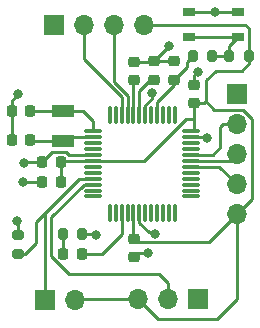
<source format=gbr>
%TF.GenerationSoftware,KiCad,Pcbnew,(6.0.5)*%
%TF.CreationDate,2022-07-28T20:15:56-06:00*%
%TF.ProjectId,sensor_board,73656e73-6f72-45f6-926f-6172642e6b69,rev?*%
%TF.SameCoordinates,Original*%
%TF.FileFunction,Copper,L1,Top*%
%TF.FilePolarity,Positive*%
%FSLAX46Y46*%
G04 Gerber Fmt 4.6, Leading zero omitted, Abs format (unit mm)*
G04 Created by KiCad (PCBNEW (6.0.5)) date 2022-07-28 20:15:56*
%MOMM*%
%LPD*%
G01*
G04 APERTURE LIST*
G04 Aperture macros list*
%AMRoundRect*
0 Rectangle with rounded corners*
0 $1 Rounding radius*
0 $2 $3 $4 $5 $6 $7 $8 $9 X,Y pos of 4 corners*
0 Add a 4 corners polygon primitive as box body*
4,1,4,$2,$3,$4,$5,$6,$7,$8,$9,$2,$3,0*
0 Add four circle primitives for the rounded corners*
1,1,$1+$1,$2,$3*
1,1,$1+$1,$4,$5*
1,1,$1+$1,$6,$7*
1,1,$1+$1,$8,$9*
0 Add four rect primitives between the rounded corners*
20,1,$1+$1,$2,$3,$4,$5,0*
20,1,$1+$1,$4,$5,$6,$7,0*
20,1,$1+$1,$6,$7,$8,$9,0*
20,1,$1+$1,$8,$9,$2,$3,0*%
G04 Aperture macros list end*
%TA.AperFunction,ComponentPad*%
%ADD10R,1.700000X1.700000*%
%TD*%
%TA.AperFunction,ComponentPad*%
%ADD11O,1.700000X1.700000*%
%TD*%
%TA.AperFunction,SMDPad,CuDef*%
%ADD12RoundRect,0.225000X-0.225000X-0.250000X0.225000X-0.250000X0.225000X0.250000X-0.225000X0.250000X0*%
%TD*%
%TA.AperFunction,SMDPad,CuDef*%
%ADD13RoundRect,0.225000X0.250000X-0.225000X0.250000X0.225000X-0.250000X0.225000X-0.250000X-0.225000X0*%
%TD*%
%TA.AperFunction,SMDPad,CuDef*%
%ADD14RoundRect,0.200000X-0.200000X-0.275000X0.200000X-0.275000X0.200000X0.275000X-0.200000X0.275000X0*%
%TD*%
%TA.AperFunction,SMDPad,CuDef*%
%ADD15RoundRect,0.225000X0.225000X0.250000X-0.225000X0.250000X-0.225000X-0.250000X0.225000X-0.250000X0*%
%TD*%
%TA.AperFunction,SMDPad,CuDef*%
%ADD16RoundRect,0.225000X-0.250000X0.225000X-0.250000X-0.225000X0.250000X-0.225000X0.250000X0.225000X0*%
%TD*%
%TA.AperFunction,SMDPad,CuDef*%
%ADD17RoundRect,0.200000X0.200000X0.275000X-0.200000X0.275000X-0.200000X-0.275000X0.200000X-0.275000X0*%
%TD*%
%TA.AperFunction,SMDPad,CuDef*%
%ADD18RoundRect,0.200000X0.275000X-0.200000X0.275000X0.200000X-0.275000X0.200000X-0.275000X-0.200000X0*%
%TD*%
%TA.AperFunction,SMDPad,CuDef*%
%ADD19RoundRect,0.218750X-0.218750X-0.256250X0.218750X-0.256250X0.218750X0.256250X-0.218750X0.256250X0*%
%TD*%
%TA.AperFunction,SMDPad,CuDef*%
%ADD20R,1.050000X0.650000*%
%TD*%
%TA.AperFunction,SMDPad,CuDef*%
%ADD21R,1.900000X1.100000*%
%TD*%
%TA.AperFunction,SMDPad,CuDef*%
%ADD22RoundRect,0.075000X-0.662500X-0.075000X0.662500X-0.075000X0.662500X0.075000X-0.662500X0.075000X0*%
%TD*%
%TA.AperFunction,SMDPad,CuDef*%
%ADD23RoundRect,0.075000X-0.075000X-0.662500X0.075000X-0.662500X0.075000X0.662500X-0.075000X0.662500X0*%
%TD*%
%TA.AperFunction,ViaPad*%
%ADD24C,0.800000*%
%TD*%
%TA.AperFunction,Conductor*%
%ADD25C,0.254000*%
%TD*%
G04 APERTURE END LIST*
D10*
%TO.P,J1,1,Pin_1*%
%TO.N,GND*%
X133800000Y-118900000D03*
D11*
%TO.P,J1,2,Pin_2*%
%TO.N,/PT*%
X131260000Y-118900000D03*
%TO.P,J1,3,Pin_3*%
%TO.N,+3V3*%
X128720000Y-118900000D03*
%TD*%
D10*
%TO.P,J4,1,Pin_1*%
%TO.N,GND*%
X137100000Y-101605000D03*
D11*
%TO.P,J4,2,Pin_2*%
%TO.N,/SCL*%
X137100000Y-104145000D03*
%TO.P,J4,3,Pin_3*%
%TO.N,/SDA*%
X137100000Y-106685000D03*
%TO.P,J4,4,Pin_4*%
%TO.N,/INT*%
X137100000Y-109225000D03*
%TO.P,J4,5,Pin_5*%
%TO.N,+3V3*%
X137100000Y-111765000D03*
%TD*%
D12*
%TO.P,C1,1*%
%TO.N,GND*%
X118025000Y-103000000D03*
%TO.P,C1,2*%
%TO.N,Net-(C1-Pad2)*%
X119575000Y-103000000D03*
%TD*%
%TO.P,C2,1*%
%TO.N,GND*%
X118025000Y-105500000D03*
%TO.P,C2,2*%
%TO.N,Net-(C2-Pad2)*%
X119575000Y-105500000D03*
%TD*%
D13*
%TO.P,C3,1*%
%TO.N,Net-(C3-Pad1)*%
X131800000Y-100375000D03*
%TO.P,C3,2*%
%TO.N,GND*%
X131800000Y-98825000D03*
%TD*%
D14*
%TO.P,R3,1*%
%TO.N,Net-(D1-Pad1)*%
X122375000Y-113400000D03*
%TO.P,R3,2*%
%TO.N,GND*%
X124025000Y-113400000D03*
%TD*%
D10*
%TO.P,J3,1,Pin_1*%
%TO.N,GND*%
X121610000Y-95700000D03*
D11*
%TO.P,J3,2,Pin_2*%
%TO.N,/SWDIO*%
X124150000Y-95700000D03*
%TO.P,J3,3,Pin_3*%
%TO.N,/SWCLK*%
X126690000Y-95700000D03*
%TO.P,J3,4,Pin_4*%
%TO.N,+3V3*%
X129230000Y-95700000D03*
%TD*%
D15*
%TO.P,C8,1*%
%TO.N,+3V3*%
X122175000Y-109000000D03*
%TO.P,C8,2*%
%TO.N,GND*%
X120625000Y-109000000D03*
%TD*%
D16*
%TO.P,C7,1*%
%TO.N,+3V3*%
X128400000Y-113825000D03*
%TO.P,C7,2*%
%TO.N,GND*%
X128400000Y-115375000D03*
%TD*%
D17*
%TO.P,R1,1*%
%TO.N,+3V3*%
X138125000Y-98400000D03*
%TO.P,R1,2*%
%TO.N,Net-(R1-Pad2)*%
X136475000Y-98400000D03*
%TD*%
D18*
%TO.P,R4,1*%
%TO.N,/~{THERM}*%
X118600000Y-115125000D03*
%TO.P,R4,2*%
%TO.N,GND*%
X118600000Y-113475000D03*
%TD*%
D10*
%TO.P,J2,1,Pin_1*%
%TO.N,/~{THERM}*%
X120825000Y-119000000D03*
D11*
%TO.P,J2,2,Pin_2*%
%TO.N,+3V3*%
X123365000Y-119000000D03*
%TD*%
D16*
%TO.P,C4,1*%
%TO.N,GND*%
X128400000Y-98850000D03*
%TO.P,C4,2*%
%TO.N,Net-(C4-Pad2)*%
X128400000Y-100400000D03*
%TD*%
D17*
%TO.P,R2,1*%
%TO.N,Net-(R1-Pad2)*%
X135025000Y-98400000D03*
%TO.P,R2,2*%
%TO.N,Net-(C3-Pad1)*%
X133375000Y-98400000D03*
%TD*%
D19*
%TO.P,D1,1,K*%
%TO.N,Net-(D1-Pad1)*%
X122425000Y-115100000D03*
%TO.P,D1,2,A*%
%TO.N,Net-(D1-Pad2)*%
X124000000Y-115100000D03*
%TD*%
D16*
%TO.P,C5,1*%
%TO.N,GND*%
X130100000Y-98825000D03*
%TO.P,C5,2*%
%TO.N,Net-(C5-Pad2)*%
X130100000Y-100375000D03*
%TD*%
D15*
%TO.P,C9,1*%
%TO.N,+3V3*%
X122175000Y-107300000D03*
%TO.P,C9,2*%
%TO.N,GND*%
X120625000Y-107300000D03*
%TD*%
D20*
%TO.P,SW1,1,1*%
%TO.N,GND*%
X133025000Y-94625000D03*
%TO.P,SW1,2,2*%
X137175000Y-94625000D03*
%TO.P,SW1,3,3*%
%TO.N,Net-(R1-Pad2)*%
X133025000Y-96775000D03*
%TO.P,SW1,4,4*%
X137175000Y-96775000D03*
%TD*%
D21*
%TO.P,Y1,1,1*%
%TO.N,Net-(C1-Pad2)*%
X122400000Y-103050000D03*
%TO.P,Y1,2,2*%
%TO.N,Net-(C2-Pad2)*%
X122400000Y-105550000D03*
%TD*%
D22*
%TO.P,U1,1,PA00*%
%TO.N,Net-(C1-Pad2)*%
X124937500Y-104750000D03*
%TO.P,U1,2,PA01*%
%TO.N,Net-(C2-Pad2)*%
X124937500Y-105250000D03*
%TO.P,U1,3,PA02*%
%TO.N,unconnected-(U1-Pad3)*%
X124937500Y-105750000D03*
%TO.P,U1,4,PA03*%
%TO.N,unconnected-(U1-Pad4)*%
X124937500Y-106250000D03*
%TO.P,U1,5,GNDANA*%
%TO.N,GND*%
X124937500Y-106750000D03*
%TO.P,U1,6,VDDANA*%
%TO.N,+3V3*%
X124937500Y-107250000D03*
%TO.P,U1,7,PB08*%
%TO.N,unconnected-(U1-Pad7)*%
X124937500Y-107750000D03*
%TO.P,U1,8,PB09*%
%TO.N,unconnected-(U1-Pad8)*%
X124937500Y-108250000D03*
%TO.P,U1,9,PA04*%
%TO.N,/~{THERM}*%
X124937500Y-108750000D03*
%TO.P,U1,10,PA05*%
%TO.N,/PT*%
X124937500Y-109250000D03*
%TO.P,U1,11,PA06*%
%TO.N,unconnected-(U1-Pad11)*%
X124937500Y-109750000D03*
%TO.P,U1,12,PA07*%
%TO.N,unconnected-(U1-Pad12)*%
X124937500Y-110250000D03*
D23*
%TO.P,U1,13,PA08*%
%TO.N,unconnected-(U1-Pad13)*%
X126350000Y-111662500D03*
%TO.P,U1,14,PA09*%
%TO.N,unconnected-(U1-Pad14)*%
X126850000Y-111662500D03*
%TO.P,U1,15,PA10*%
%TO.N,Net-(D1-Pad2)*%
X127350000Y-111662500D03*
%TO.P,U1,16,PA11*%
%TO.N,unconnected-(U1-Pad16)*%
X127850000Y-111662500D03*
%TO.P,U1,17,VDDIO*%
%TO.N,+3V3*%
X128350000Y-111662500D03*
%TO.P,U1,18,GND*%
%TO.N,GND*%
X128850000Y-111662500D03*
%TO.P,U1,19,PB10*%
%TO.N,unconnected-(U1-Pad19)*%
X129350000Y-111662500D03*
%TO.P,U1,20,PB11*%
%TO.N,unconnected-(U1-Pad20)*%
X129850000Y-111662500D03*
%TO.P,U1,21,PA12*%
%TO.N,unconnected-(U1-Pad21)*%
X130350000Y-111662500D03*
%TO.P,U1,22,PA13*%
%TO.N,unconnected-(U1-Pad22)*%
X130850000Y-111662500D03*
%TO.P,U1,23,PA14*%
%TO.N,unconnected-(U1-Pad23)*%
X131350000Y-111662500D03*
%TO.P,U1,24,PA15*%
%TO.N,unconnected-(U1-Pad24)*%
X131850000Y-111662500D03*
D22*
%TO.P,U1,25,PA16*%
%TO.N,unconnected-(U1-Pad25)*%
X133262500Y-110250000D03*
%TO.P,U1,26,PA17*%
%TO.N,unconnected-(U1-Pad26)*%
X133262500Y-109750000D03*
%TO.P,U1,27,PA18*%
%TO.N,unconnected-(U1-Pad27)*%
X133262500Y-109250000D03*
%TO.P,U1,28,PA19*%
%TO.N,unconnected-(U1-Pad28)*%
X133262500Y-108750000D03*
%TO.P,U1,29,PA20*%
%TO.N,unconnected-(U1-Pad29)*%
X133262500Y-108250000D03*
%TO.P,U1,30,PA21*%
%TO.N,/INT*%
X133262500Y-107750000D03*
%TO.P,U1,31,PA22*%
%TO.N,/SDA*%
X133262500Y-107250000D03*
%TO.P,U1,32,PA23*%
%TO.N,/SCL*%
X133262500Y-106750000D03*
%TO.P,U1,33,PA24*%
%TO.N,unconnected-(U1-Pad33)*%
X133262500Y-106250000D03*
%TO.P,U1,34,PA25*%
%TO.N,unconnected-(U1-Pad34)*%
X133262500Y-105750000D03*
%TO.P,U1,35,GND*%
%TO.N,GND*%
X133262500Y-105250000D03*
%TO.P,U1,36,VDDIO*%
%TO.N,+3V3*%
X133262500Y-104750000D03*
D23*
%TO.P,U1,37,PB22*%
%TO.N,unconnected-(U1-Pad37)*%
X131850000Y-103337500D03*
%TO.P,U1,38,PB23*%
%TO.N,unconnected-(U1-Pad38)*%
X131350000Y-103337500D03*
%TO.P,U1,39,PA27*%
%TO.N,unconnected-(U1-Pad39)*%
X130850000Y-103337500D03*
%TO.P,U1,40,~{RESET}*%
%TO.N,Net-(C3-Pad1)*%
X130350000Y-103337500D03*
%TO.P,U1,41,PA28*%
%TO.N,unconnected-(U1-Pad41)*%
X129850000Y-103337500D03*
%TO.P,U1,42,GND*%
%TO.N,GND*%
X129350000Y-103337500D03*
%TO.P,U1,43,VDDCORE*%
%TO.N,Net-(C5-Pad2)*%
X128850000Y-103337500D03*
%TO.P,U1,44,VDDIN*%
%TO.N,Net-(C4-Pad2)*%
X128350000Y-103337500D03*
%TO.P,U1,45,PA30*%
%TO.N,/SWCLK*%
X127850000Y-103337500D03*
%TO.P,U1,46,PA31*%
%TO.N,/SWDIO*%
X127350000Y-103337500D03*
%TO.P,U1,47,PB02*%
%TO.N,unconnected-(U1-Pad47)*%
X126850000Y-103337500D03*
%TO.P,U1,48,PB03*%
%TO.N,unconnected-(U1-Pad48)*%
X126350000Y-103337500D03*
%TD*%
D13*
%TO.P,C6,1*%
%TO.N,+3V3*%
X133500000Y-102375000D03*
%TO.P,C6,2*%
%TO.N,GND*%
X133500000Y-100825000D03*
%TD*%
D24*
%TO.N,GND*%
X119100000Y-107400000D03*
X133800000Y-99700000D03*
X135275000Y-94625000D03*
X129600000Y-115000000D03*
X118500000Y-112300000D03*
X119000000Y-109000000D03*
X118600000Y-101600000D03*
X125200000Y-113500000D03*
X130200000Y-113400000D03*
X134600000Y-105300000D03*
X129900000Y-101500000D03*
X131400000Y-97500000D03*
%TD*%
D25*
%TO.N,GND*%
X118600000Y-113475000D02*
X118600000Y-112400000D01*
X124937500Y-106750000D02*
X122879967Y-106750000D01*
X134550000Y-105250000D02*
X134600000Y-105300000D01*
X130100000Y-98825000D02*
X131800000Y-98825000D01*
X135275000Y-94625000D02*
X137175000Y-94625000D01*
X130100000Y-98800000D02*
X131400000Y-97500000D01*
X118600000Y-112400000D02*
X118500000Y-112300000D01*
X129900000Y-101982165D02*
X129900000Y-101700000D01*
X133500000Y-100825000D02*
X133500000Y-100000000D01*
X133262500Y-105250000D02*
X134550000Y-105250000D01*
X133025000Y-94625000D02*
X135275000Y-94625000D01*
X129550000Y-115050000D02*
X129600000Y-115000000D01*
X122879967Y-106750000D02*
X122628447Y-106498480D01*
X120625000Y-109000000D02*
X119000000Y-109000000D01*
X125100000Y-113400000D02*
X125200000Y-113500000D01*
X120625000Y-107300000D02*
X119200000Y-107300000D01*
X118025000Y-102175000D02*
X118600000Y-101600000D01*
X119200000Y-107300000D02*
X119100000Y-107400000D01*
X133500000Y-100000000D02*
X133800000Y-99700000D01*
X129900000Y-101700000D02*
X129900000Y-101500000D01*
X118025000Y-105500000D02*
X118025000Y-103000000D01*
X129350000Y-103337500D02*
X129350000Y-102532165D01*
X122628447Y-106498480D02*
X121426520Y-106498480D01*
X130100000Y-98825000D02*
X130100000Y-98800000D01*
X130075000Y-98850000D02*
X130100000Y-98825000D01*
X128400000Y-115050000D02*
X129550000Y-115050000D01*
X128850000Y-112467835D02*
X129682165Y-113300000D01*
X129682165Y-113300000D02*
X130200000Y-113400000D01*
X118025000Y-103000000D02*
X118025000Y-102175000D01*
X128850000Y-111662500D02*
X128850000Y-112467835D01*
X128400000Y-98850000D02*
X130075000Y-98850000D01*
X130200000Y-113400000D02*
X130200000Y-113300000D01*
X121426520Y-106498480D02*
X120625000Y-107300000D01*
X124025000Y-113400000D02*
X125100000Y-113400000D01*
X129350000Y-102532165D02*
X129900000Y-101982165D01*
%TO.N,Net-(C1-Pad2)*%
X124900000Y-104712500D02*
X124900000Y-103900000D01*
X124900000Y-103900000D02*
X124050000Y-103050000D01*
X119625000Y-103050000D02*
X119575000Y-103000000D01*
X122400000Y-103050000D02*
X119625000Y-103050000D01*
X124937500Y-104750000D02*
X124900000Y-104712500D01*
X124050000Y-103050000D02*
X122400000Y-103050000D01*
%TO.N,Net-(C2-Pad2)*%
X119625000Y-105550000D02*
X122400000Y-105550000D01*
X122700000Y-105250000D02*
X122400000Y-105550000D01*
X124937500Y-105250000D02*
X122700000Y-105250000D01*
X119575000Y-105500000D02*
X119625000Y-105550000D01*
%TO.N,Net-(C3-Pad1)*%
X130350000Y-102250000D02*
X130350000Y-103337500D01*
X132875000Y-99300000D02*
X132875000Y-98900000D01*
X132875000Y-99300000D02*
X131800000Y-100375000D01*
X130350000Y-102250000D02*
X131800000Y-100800000D01*
X132875000Y-98900000D02*
X133375000Y-98400000D01*
X131800000Y-100800000D02*
X131800000Y-100375000D01*
%TO.N,Net-(C4-Pad2)*%
X128350000Y-100450000D02*
X128350000Y-103337500D01*
X128400000Y-100400000D02*
X128350000Y-100450000D01*
%TO.N,Net-(C5-Pad2)*%
X129762500Y-100375000D02*
X130100000Y-100375000D01*
X128850000Y-103337500D02*
X128850000Y-101287500D01*
X128850000Y-101287500D02*
X129762500Y-100375000D01*
%TO.N,+3V3*%
X134500000Y-102200000D02*
X134325000Y-102375000D01*
X134325000Y-102375000D02*
X133500000Y-102375000D01*
X123465000Y-118900000D02*
X123365000Y-119000000D01*
X130420000Y-120600000D02*
X135400000Y-120600000D01*
X122225000Y-107250000D02*
X122175000Y-107300000D01*
X129230000Y-95700000D02*
X137800000Y-95700000D01*
X124937500Y-107250000D02*
X129242835Y-107250000D01*
X128350000Y-111662500D02*
X128350000Y-113775000D01*
X135400000Y-120600000D02*
X137100000Y-118900000D01*
X132792835Y-103700000D02*
X133500000Y-103700000D01*
X138400000Y-110465000D02*
X137100000Y-111765000D01*
X137100000Y-118900000D02*
X137100000Y-111765000D01*
X128720000Y-118900000D02*
X123465000Y-118900000D01*
X129242835Y-107250000D02*
X132792835Y-103700000D01*
X134773489Y-114126511D02*
X135365000Y-113535000D01*
X128720000Y-118900000D02*
X130420000Y-120600000D01*
X135365000Y-113535000D02*
X135365000Y-113500000D01*
X128350000Y-113775000D02*
X128400000Y-113825000D01*
X122425000Y-107250000D02*
X122375000Y-107300000D01*
X137500000Y-99600000D02*
X135300000Y-99600000D01*
X137600000Y-102900000D02*
X138400000Y-103700000D01*
X134500000Y-102200000D02*
X135200000Y-102900000D01*
X133500000Y-103700000D02*
X133500000Y-104512500D01*
X135365000Y-113500000D02*
X137100000Y-111765000D01*
X124937500Y-107250000D02*
X122225000Y-107250000D01*
X138400000Y-103700000D02*
X138400000Y-110465000D01*
X128400000Y-113825000D02*
X128701511Y-114126511D01*
X135200000Y-102900000D02*
X137600000Y-102900000D01*
X128400000Y-113500000D02*
X128350000Y-113450000D01*
X138125000Y-98400000D02*
X138125000Y-98975000D01*
X137800000Y-95700000D02*
X138125000Y-96025000D01*
X138125000Y-98975000D02*
X137500000Y-99600000D01*
X134500000Y-100400000D02*
X134500000Y-102200000D01*
X122175000Y-109000000D02*
X122175000Y-107300000D01*
X128701511Y-114126511D02*
X134773489Y-114126511D01*
X133500000Y-104512500D02*
X133262500Y-104750000D01*
X138125000Y-96025000D02*
X138125000Y-98400000D01*
X135300000Y-99600000D02*
X134500000Y-100400000D01*
X133500000Y-102375000D02*
X133500000Y-103700000D01*
%TO.N,Net-(D1-Pad1)*%
X122375000Y-113400000D02*
X122375000Y-115050000D01*
X122375000Y-115050000D02*
X122425000Y-115100000D01*
%TO.N,Net-(D1-Pad2)*%
X127350000Y-111662500D02*
X127350000Y-113450000D01*
X127350000Y-113450000D02*
X125700000Y-115100000D01*
X125700000Y-115100000D02*
X124000000Y-115100000D01*
%TO.N,/PT*%
X124937500Y-109250000D02*
X124132165Y-109250000D01*
X121400000Y-115321128D02*
X122878872Y-116800000D01*
X121400000Y-111982165D02*
X121400000Y-115321128D01*
X124132165Y-109250000D02*
X121400000Y-111982165D01*
X130500000Y-116800000D02*
X131260000Y-117560000D01*
X131260000Y-117560000D02*
X131260000Y-118900000D01*
X122878872Y-116800000D02*
X130500000Y-116800000D01*
%TO.N,/~{THERM}*%
X118600000Y-115125000D02*
X119175000Y-115125000D01*
X120825000Y-111675000D02*
X120825000Y-119000000D01*
X120100000Y-112400000D02*
X120825000Y-111675000D01*
X123750000Y-108750000D02*
X120825000Y-111675000D01*
X124937500Y-108750000D02*
X123750000Y-108750000D01*
X120100000Y-114200000D02*
X120100000Y-112400000D01*
X119175000Y-115125000D02*
X120100000Y-114200000D01*
%TO.N,/SWCLK*%
X126690000Y-95700000D02*
X126690000Y-100548626D01*
X126690000Y-100548626D02*
X127850000Y-101708626D01*
X127850000Y-101708626D02*
X127850000Y-103337500D01*
%TO.N,/SWDIO*%
X127350000Y-103337500D02*
X127350000Y-101850000D01*
X127350000Y-101850000D02*
X124150000Y-98650000D01*
X124150000Y-98650000D02*
X124150000Y-95700000D01*
%TO.N,/INT*%
X135625000Y-107750000D02*
X137100000Y-109225000D01*
X133262500Y-107750000D02*
X135625000Y-107750000D01*
%TO.N,/SDA*%
X133262500Y-107250000D02*
X136535000Y-107250000D01*
X136535000Y-107250000D02*
X137100000Y-106685000D01*
%TO.N,/SCL*%
X133262500Y-106750000D02*
X135050000Y-106750000D01*
X135700000Y-104400000D02*
X135955000Y-104145000D01*
X135700000Y-106100000D02*
X135700000Y-104400000D01*
X135955000Y-104145000D02*
X137100000Y-104145000D01*
X135050000Y-106750000D02*
X135700000Y-106100000D01*
%TO.N,Net-(R1-Pad2)*%
X136475000Y-97475000D02*
X137175000Y-96775000D01*
X136475000Y-98400000D02*
X136475000Y-97475000D01*
X135025000Y-98400000D02*
X136475000Y-98400000D01*
X133025000Y-96775000D02*
X137175000Y-96775000D01*
%TD*%
M02*

</source>
